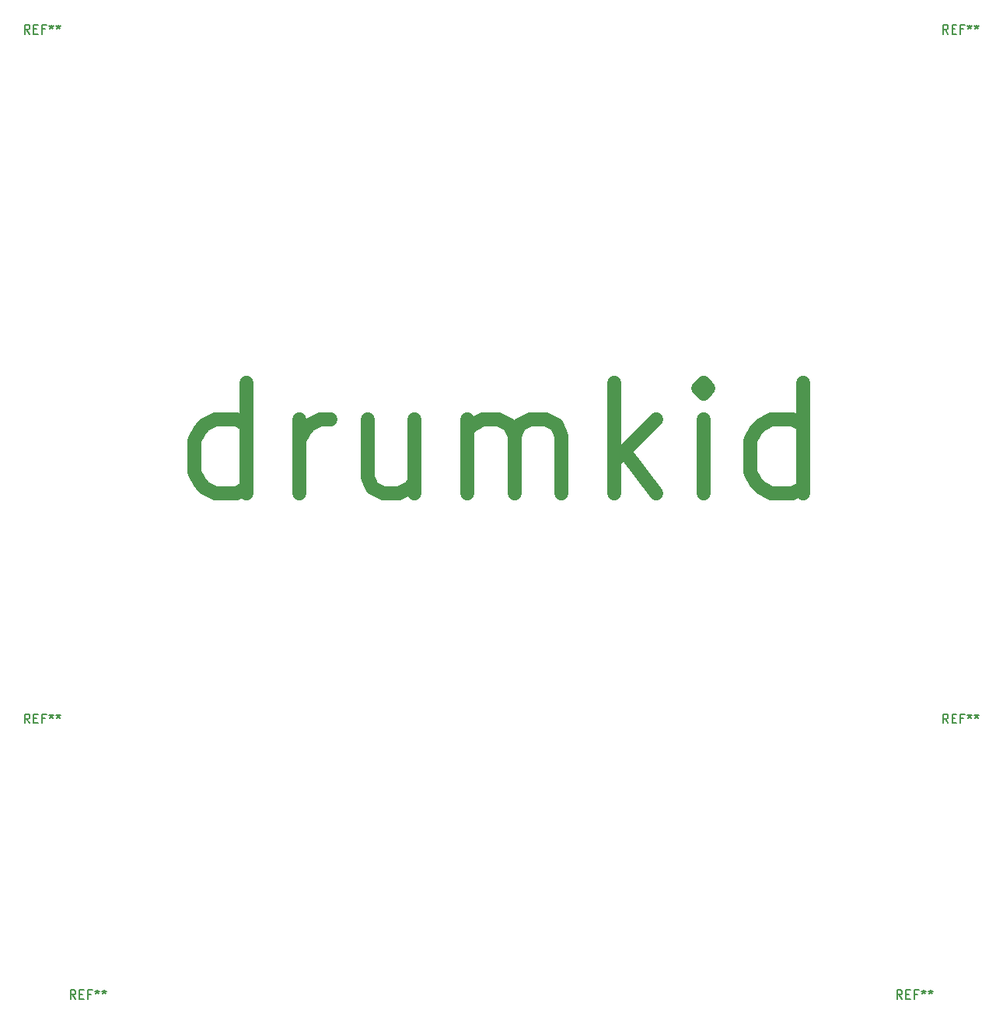
<source format=gbr>
G04 #@! TF.GenerationSoftware,KiCad,Pcbnew,(5.0.1)-3*
G04 #@! TF.CreationDate,2019-11-22T01:05:05+00:00*
G04 #@! TF.ProjectId,non-laser case,6E6F6E2D6C6173657220636173652E6B,rev?*
G04 #@! TF.SameCoordinates,Original*
G04 #@! TF.FileFunction,Legend,Top*
G04 #@! TF.FilePolarity,Positive*
%FSLAX46Y46*%
G04 Gerber Fmt 4.6, Leading zero omitted, Abs format (unit mm)*
G04 Created by KiCad (PCBNEW (5.0.1)-3) date 22/11/2019 01:05:05*
%MOMM*%
%LPD*%
G01*
G04 APERTURE LIST*
%ADD10C,1.500000*%
%ADD11C,0.150000*%
G04 APERTURE END LIST*
D10*
X52285714Y-75428571D02*
X52285714Y-63428571D01*
X52285714Y-74857142D02*
X51142857Y-75428571D01*
X48857142Y-75428571D01*
X47714285Y-74857142D01*
X47142857Y-74285714D01*
X46571428Y-73142857D01*
X46571428Y-69714285D01*
X47142857Y-68571428D01*
X47714285Y-68000000D01*
X48857142Y-67428571D01*
X51142857Y-67428571D01*
X52285714Y-68000000D01*
X58000000Y-75428571D02*
X58000000Y-67428571D01*
X58000000Y-69714285D02*
X58571428Y-68571428D01*
X59142857Y-68000000D01*
X60285714Y-67428571D01*
X61428571Y-67428571D01*
X70571428Y-67428571D02*
X70571428Y-75428571D01*
X65428571Y-67428571D02*
X65428571Y-73714285D01*
X66000000Y-74857142D01*
X67142857Y-75428571D01*
X68857142Y-75428571D01*
X70000000Y-74857142D01*
X70571428Y-74285714D01*
X76285714Y-75428571D02*
X76285714Y-67428571D01*
X76285714Y-68571428D02*
X76857142Y-68000000D01*
X78000000Y-67428571D01*
X79714285Y-67428571D01*
X80857142Y-68000000D01*
X81428571Y-69142857D01*
X81428571Y-75428571D01*
X81428571Y-69142857D02*
X82000000Y-68000000D01*
X83142857Y-67428571D01*
X84857142Y-67428571D01*
X86000000Y-68000000D01*
X86571428Y-69142857D01*
X86571428Y-75428571D01*
X92285714Y-75428571D02*
X92285714Y-63428571D01*
X93428571Y-70857142D02*
X96857142Y-75428571D01*
X96857142Y-67428571D02*
X92285714Y-72000000D01*
X102000000Y-75428571D02*
X102000000Y-67428571D01*
X102000000Y-63428571D02*
X101428571Y-64000000D01*
X102000000Y-64571428D01*
X102571428Y-64000000D01*
X102000000Y-63428571D01*
X102000000Y-64571428D01*
X112857142Y-75428571D02*
X112857142Y-63428571D01*
X112857142Y-74857142D02*
X111714285Y-75428571D01*
X109428571Y-75428571D01*
X108285714Y-74857142D01*
X107714285Y-74285714D01*
X107142857Y-73142857D01*
X107142857Y-69714285D01*
X107714285Y-68571428D01*
X108285714Y-68000000D01*
X109428571Y-67428571D01*
X111714285Y-67428571D01*
X112857142Y-68000000D01*
G04 #@! TO.C,REF\002A\002A*
D11*
X28666666Y-25452380D02*
X28333333Y-24976190D01*
X28095238Y-25452380D02*
X28095238Y-24452380D01*
X28476190Y-24452380D01*
X28571428Y-24500000D01*
X28619047Y-24547619D01*
X28666666Y-24642857D01*
X28666666Y-24785714D01*
X28619047Y-24880952D01*
X28571428Y-24928571D01*
X28476190Y-24976190D01*
X28095238Y-24976190D01*
X29095238Y-24928571D02*
X29428571Y-24928571D01*
X29571428Y-25452380D02*
X29095238Y-25452380D01*
X29095238Y-24452380D01*
X29571428Y-24452380D01*
X30333333Y-24928571D02*
X30000000Y-24928571D01*
X30000000Y-25452380D02*
X30000000Y-24452380D01*
X30476190Y-24452380D01*
X31000000Y-24452380D02*
X31000000Y-24690476D01*
X30761904Y-24595238D02*
X31000000Y-24690476D01*
X31238095Y-24595238D01*
X30857142Y-24880952D02*
X31000000Y-24690476D01*
X31142857Y-24880952D01*
X31761904Y-24452380D02*
X31761904Y-24690476D01*
X31523809Y-24595238D02*
X31761904Y-24690476D01*
X32000000Y-24595238D01*
X31619047Y-24880952D02*
X31761904Y-24690476D01*
X31904761Y-24880952D01*
X128666666Y-25452380D02*
X128333333Y-24976190D01*
X128095238Y-25452380D02*
X128095238Y-24452380D01*
X128476190Y-24452380D01*
X128571428Y-24500000D01*
X128619047Y-24547619D01*
X128666666Y-24642857D01*
X128666666Y-24785714D01*
X128619047Y-24880952D01*
X128571428Y-24928571D01*
X128476190Y-24976190D01*
X128095238Y-24976190D01*
X129095238Y-24928571D02*
X129428571Y-24928571D01*
X129571428Y-25452380D02*
X129095238Y-25452380D01*
X129095238Y-24452380D01*
X129571428Y-24452380D01*
X130333333Y-24928571D02*
X130000000Y-24928571D01*
X130000000Y-25452380D02*
X130000000Y-24452380D01*
X130476190Y-24452380D01*
X131000000Y-24452380D02*
X131000000Y-24690476D01*
X130761904Y-24595238D02*
X131000000Y-24690476D01*
X131238095Y-24595238D01*
X130857142Y-24880952D02*
X131000000Y-24690476D01*
X131142857Y-24880952D01*
X131761904Y-24452380D02*
X131761904Y-24690476D01*
X131523809Y-24595238D02*
X131761904Y-24690476D01*
X132000000Y-24595238D01*
X131619047Y-24880952D02*
X131761904Y-24690476D01*
X131904761Y-24880952D01*
X28666666Y-100452380D02*
X28333333Y-99976190D01*
X28095238Y-100452380D02*
X28095238Y-99452380D01*
X28476190Y-99452380D01*
X28571428Y-99500000D01*
X28619047Y-99547619D01*
X28666666Y-99642857D01*
X28666666Y-99785714D01*
X28619047Y-99880952D01*
X28571428Y-99928571D01*
X28476190Y-99976190D01*
X28095238Y-99976190D01*
X29095238Y-99928571D02*
X29428571Y-99928571D01*
X29571428Y-100452380D02*
X29095238Y-100452380D01*
X29095238Y-99452380D01*
X29571428Y-99452380D01*
X30333333Y-99928571D02*
X30000000Y-99928571D01*
X30000000Y-100452380D02*
X30000000Y-99452380D01*
X30476190Y-99452380D01*
X31000000Y-99452380D02*
X31000000Y-99690476D01*
X30761904Y-99595238D02*
X31000000Y-99690476D01*
X31238095Y-99595238D01*
X30857142Y-99880952D02*
X31000000Y-99690476D01*
X31142857Y-99880952D01*
X31761904Y-99452380D02*
X31761904Y-99690476D01*
X31523809Y-99595238D02*
X31761904Y-99690476D01*
X32000000Y-99595238D01*
X31619047Y-99880952D02*
X31761904Y-99690476D01*
X31904761Y-99880952D01*
X128666666Y-100452380D02*
X128333333Y-99976190D01*
X128095238Y-100452380D02*
X128095238Y-99452380D01*
X128476190Y-99452380D01*
X128571428Y-99500000D01*
X128619047Y-99547619D01*
X128666666Y-99642857D01*
X128666666Y-99785714D01*
X128619047Y-99880952D01*
X128571428Y-99928571D01*
X128476190Y-99976190D01*
X128095238Y-99976190D01*
X129095238Y-99928571D02*
X129428571Y-99928571D01*
X129571428Y-100452380D02*
X129095238Y-100452380D01*
X129095238Y-99452380D01*
X129571428Y-99452380D01*
X130333333Y-99928571D02*
X130000000Y-99928571D01*
X130000000Y-100452380D02*
X130000000Y-99452380D01*
X130476190Y-99452380D01*
X131000000Y-99452380D02*
X131000000Y-99690476D01*
X130761904Y-99595238D02*
X131000000Y-99690476D01*
X131238095Y-99595238D01*
X130857142Y-99880952D02*
X131000000Y-99690476D01*
X131142857Y-99880952D01*
X131761904Y-99452380D02*
X131761904Y-99690476D01*
X131523809Y-99595238D02*
X131761904Y-99690476D01*
X132000000Y-99595238D01*
X131619047Y-99880952D02*
X131761904Y-99690476D01*
X131904761Y-99880952D01*
X33666666Y-130452380D02*
X33333333Y-129976190D01*
X33095238Y-130452380D02*
X33095238Y-129452380D01*
X33476190Y-129452380D01*
X33571428Y-129500000D01*
X33619047Y-129547619D01*
X33666666Y-129642857D01*
X33666666Y-129785714D01*
X33619047Y-129880952D01*
X33571428Y-129928571D01*
X33476190Y-129976190D01*
X33095238Y-129976190D01*
X34095238Y-129928571D02*
X34428571Y-129928571D01*
X34571428Y-130452380D02*
X34095238Y-130452380D01*
X34095238Y-129452380D01*
X34571428Y-129452380D01*
X35333333Y-129928571D02*
X35000000Y-129928571D01*
X35000000Y-130452380D02*
X35000000Y-129452380D01*
X35476190Y-129452380D01*
X36000000Y-129452380D02*
X36000000Y-129690476D01*
X35761904Y-129595238D02*
X36000000Y-129690476D01*
X36238095Y-129595238D01*
X35857142Y-129880952D02*
X36000000Y-129690476D01*
X36142857Y-129880952D01*
X36761904Y-129452380D02*
X36761904Y-129690476D01*
X36523809Y-129595238D02*
X36761904Y-129690476D01*
X37000000Y-129595238D01*
X36619047Y-129880952D02*
X36761904Y-129690476D01*
X36904761Y-129880952D01*
X123666666Y-130452380D02*
X123333333Y-129976190D01*
X123095238Y-130452380D02*
X123095238Y-129452380D01*
X123476190Y-129452380D01*
X123571428Y-129500000D01*
X123619047Y-129547619D01*
X123666666Y-129642857D01*
X123666666Y-129785714D01*
X123619047Y-129880952D01*
X123571428Y-129928571D01*
X123476190Y-129976190D01*
X123095238Y-129976190D01*
X124095238Y-129928571D02*
X124428571Y-129928571D01*
X124571428Y-130452380D02*
X124095238Y-130452380D01*
X124095238Y-129452380D01*
X124571428Y-129452380D01*
X125333333Y-129928571D02*
X125000000Y-129928571D01*
X125000000Y-130452380D02*
X125000000Y-129452380D01*
X125476190Y-129452380D01*
X126000000Y-129452380D02*
X126000000Y-129690476D01*
X125761904Y-129595238D02*
X126000000Y-129690476D01*
X126238095Y-129595238D01*
X125857142Y-129880952D02*
X126000000Y-129690476D01*
X126142857Y-129880952D01*
X126761904Y-129452380D02*
X126761904Y-129690476D01*
X126523809Y-129595238D02*
X126761904Y-129690476D01*
X127000000Y-129595238D01*
X126619047Y-129880952D02*
X126761904Y-129690476D01*
X126904761Y-129880952D01*
G04 #@! TD*
M02*

</source>
